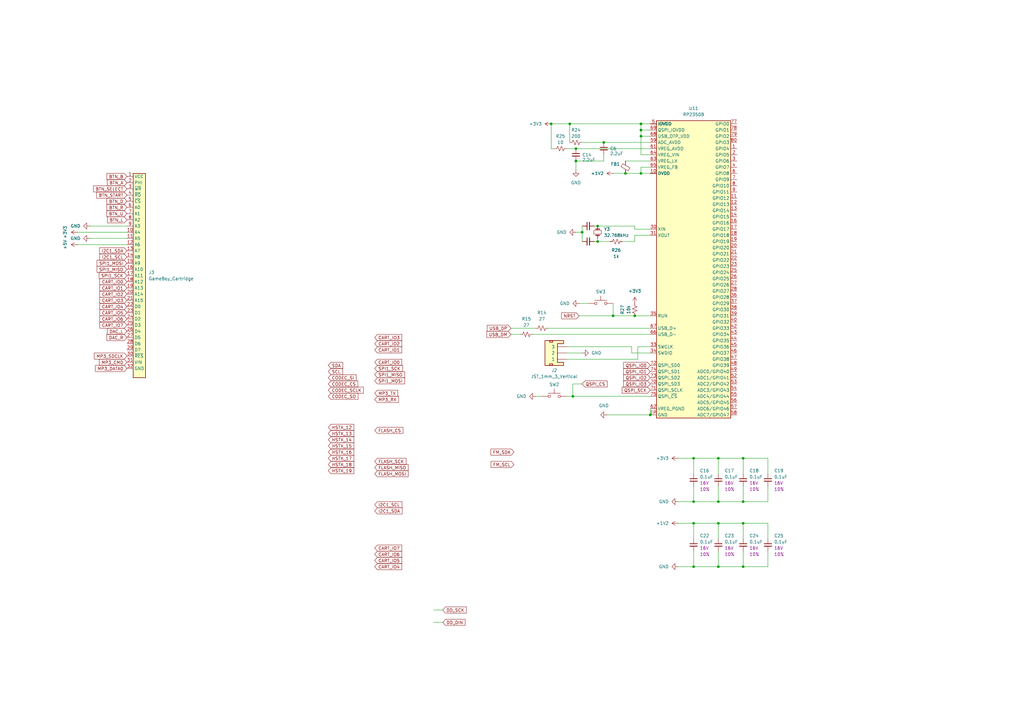
<source format=kicad_sch>
(kicad_sch (version 20250114) (generator "eeschema") (generator_version "9.0")
  (paper "A3")
  (lib_symbols
    (symbol "Device:C_Small" (pin_numbers (hide yes)) (pin_names (offset 0.254) (hide yes))
      (property "Reference" "C" (at 0.254 1.778 0))
      (property "Value" "C_Small" (at 0.254 -2.032 0))
      (symbol "C_Small_0_1"
        (polyline (pts (xy -1.524 0.508) (xy 1.524 0.508)) (stroke (width 0.3048)))
        (polyline (pts (xy -1.524 -0.508) (xy 1.524 -0.508)) (stroke (width 0.3302)))
      )
      (symbol "C_Small_1_1"
        (pin passive line (at 0 2.54 270) (length 2.032) (name "~") (number "1"))
        (pin passive line (at 0 -2.54 90) (length 2.032) (name "~") (number "2"))
      )
    )
    (symbol "Device:FerriteBead_Small" (pin_numbers (hide yes)) (pin_names (offset 0))
      (property "Reference" "FB" (at 1.905 1.27 0))
      (property "Value" "FerriteBead_Small" (at 1.905 -1.27 0))
      (symbol "FerriteBead_Small_0_1"
        (polyline (pts (xy -1.8288 0.2794) (xy -1.1176 1.4986) (xy 1.8288 -0.2032) (xy 1.1176 -1.4224) (xy -1.8288 0.2794)))
        (polyline (pts (xy 0 0.889) (xy 0 1.2954)))
        (polyline (pts (xy 0 -1.27) (xy 0 -0.7874)))
      )
      (symbol "FerriteBead_Small_1_1"
        (pin passive line (at 0 2.54 270) (length 1.27) (name "~") (number "1"))
        (pin passive line (at 0 -2.54 90) (length 1.27) (name "~") (number "2"))
      )
    )
    (symbol "Gekkio_Connector_Specialized:GameBoy_Cartridge"
      (property "Reference" "J" (at 0 43.18 0))
      (property "Value" "GameBoy_Cartridge" (at 0 -43.18 0))
      (symbol "GameBoy_Cartridge_0_1"
        (rectangle (start -2.54 41.91) (end 2.54 -41.91) (stroke (width 0.254)) (fill (type background)))
      )
      (symbol "GameBoy_Cartridge_1_1"
        (pin passive line (at -5.08 40.64 0) (length 2.54) (name "VCC") (number "1"))
        (pin passive line (at -5.08 38.1 0) (length 2.54) (name "PHI") (number "2"))
        (pin passive line (at -5.08 35.56 0) (length 2.54) (name "~{WR}") (number "3"))
        (pin passive line (at -5.08 33.02 0) (length 2.54) (name "~{RD}") (number "4"))
        (pin passive line (at -5.08 30.48 0) (length 2.54) (name "~{CS}") (number "5"))
        (pin passive line (at -5.08 27.94 0) (length 2.54) (name "A0") (number "6"))
        (pin passive line (at -5.08 25.4 0) (length 2.54) (name "A1") (number "7"))
        (pin passive line (at -5.08 22.86 0) (length 2.54) (name "A2") (number "8"))
        (pin passive line (at -5.08 20.32 0) (length 2.54) (name "A3") (number "9"))
        (pin passive line (at -5.08 17.78 0) (length 2.54) (name "A4") (number "10"))
        (pin passive line (at -5.08 15.24 0) (length 2.54) (name "A5") (number "11"))
        (pin passive line (at -5.08 12.7 0) (length 2.54) (name "A6") (number "12"))
        (pin passive line (at -5.08 10.16 0) (length 2.54) (name "A7") (number "13"))
        (pin passive line (at -5.08 7.62 0) (length 2.54) (name "A8") (number "14"))
        (pin passive line (at -5.08 5.08 0) (length 2.54) (name "A9") (number "15"))
        (pin passive line (at -5.08 2.54 0) (length 2.54) (name "A10") (number "16"))
        (pin passive line (at -5.08 0 0) (length 2.54) (name "A11") (number "17"))
        (pin passive line (at -5.08 -2.54 0) (length 2.54) (name "A12") (number "18"))
        (pin passive line (at -5.08 -5.08 0) (length 2.54) (name "A13") (number "19"))
        (pin passive line (at -5.08 -7.62 0) (length 2.54) (name "A14") (number "20"))
        (pin passive line (at -5.08 -10.16 0) (length 2.54) (name "A15") (number "21"))
        (pin passive line (at -5.08 -12.7 0) (length 2.54) (name "D0") (number "22"))
        (pin passive line (at -5.08 -15.24 0) (length 2.54) (name "D1") (number "23"))
        (pin passive line (at -5.08 -17.78 0) (length 2.54) (name "D2") (number "24"))
        (pin passive line (at -5.08 -20.32 0) (length 2.54) (name "D3") (number "25"))
        (pin passive line (at -5.08 -22.86 0) (length 2.54) (name "D4") (number "26"))
        (pin passive line (at -5.08 -25.4 0) (length 2.54) (name "D5") (number "27"))
        (pin passive line (at -5.08 -27.94 0) (length 2.54) (name "D6") (number "28"))
        (pin passive line (at -5.08 -30.48 0) (length 2.54) (name "D7") (number "29"))
        (pin passive line (at -5.08 -33.02 0) (length 2.54) (name "~{RES}") (number "30"))
        (pin passive line (at -5.08 -35.56 0) (length 2.54) (name "VIN") (number "31"))
        (pin passive line (at -5.08 -38.1 0) (length 2.54) (name "GND") (number "32"))
      )
    )
    (symbol "SparkFun-Capacitor:0.1uF_0402_16V_10%" (pin_numbers (hide yes)) (pin_names (offset 0.254))
      (property "Reference" "C" (at 0.635 2.54 0))
      (property "Value" "0.1uF" (at 0.635 -2.54 0))
      (property "Voltage" "16V" (at 0 -6.35 0))
      (property "Tolerance" "10%" (at 0 -8.89 0))
      (symbol "0.1uF_0402_16V_10%_0_1"
        (polyline (pts (xy -1.524 0.508) (xy 1.524 0.508)) (stroke (width 0.3048)))
        (polyline (pts (xy -1.524 -0.508) (xy 1.524 -0.508)) (stroke (width 0.3302)))
      )
      (symbol "0.1uF_0402_16V_10%_1_1"
        (pin passive line (at 0 2.54 270) (length 2.032) (name "~") (number "1"))
        (pin passive line (at 0 -2.54 90) (length 2.032) (name "~") (number "2"))
      )
    )
    (symbol "SparkFun-Capacitor:18pF_0603_50V_5%" (pin_numbers (hide yes)) (pin_names (offset 0.254))
      (property "Reference" "C" (at 0.635 2.54 0))
      (property "Value" "18pF" (at 0.635 -2.54 0))
      (property "Voltage" "50V" (at 0 -6.35 0))
      (property "Tolerance" "5%" (at 0 -8.89 0))
      (symbol "18pF_0603_50V_5%_0_1"
        (polyline (pts (xy -1.524 0.508) (xy 1.524 0.508)) (stroke (width 0.3048)))
        (polyline (pts (xy -1.524 -0.508) (xy 1.524 -0.508)) (stroke (width 0.3302)))
      )
      (symbol "18pF_0603_50V_5%_1_1"
        (pin passive line (at 0 2.54 270) (length 2.032) (name "~") (number "1"))
        (pin passive line (at 0 -2.54 90) (length 2.032) (name "~") (number "2"))
      )
    )
    (symbol "SparkFun-Clock:Crystal_32.768kHz_3.2x1.5mm" (pin_numbers (hide yes)) (pin_names (offset 1.016) (hide yes))
      (property "Reference" "Y" (at 0 2.54 0))
      (property "Value" "32.768kHz" (at 0 -2.54 0))
      (symbol "Crystal_32.768kHz_3.2x1.5mm_0_1"
        (polyline (pts (xy -1.27 -0.762) (xy -1.27 0.762)) (stroke (width 0.381)))
        (rectangle (start -0.762 -1.524) (end 0.762 1.524))
        (polyline (pts (xy 1.27 -0.762) (xy 1.27 0.762)) (stroke (width 0.381)))
      )
      (symbol "Crystal_32.768kHz_3.2x1.5mm_1_1"
        (pin passive line (at -2.54 0 0) (length 1.27) (name "1") (number "1"))
        (pin passive line (at 2.54 0 180) (length 1.27) (name "2") (number "2"))
      )
    )
    (symbol "SparkFun-Connector:Conn_01x03_JST_P1.0mm_Vertical_SMD" (pin_numbers (hide yes)) (pin_names (offset 1.016))
      (property "Reference" "J" (at 0 6.096 0))
      (property "Value" "JST_1mm_3_Vertical" (at 0 -6.35 0))
      (symbol "Conn_01x03_JST_P1.0mm_Vertical_SMD_1_1"
        (polyline (pts (xy -1.27 3.81) (xy -3.81 3.81) (xy -3.81 5.08) (xy 3.81 5.08) (xy 3.81 -5.08) (xy -3.81 -5.08) (xy -3.81 -3.81) (xy -1.27 -3.81) (xy -1.27 3.81)) (stroke (width 0.254)) (fill (type background)))
        (rectangle (start 0.635 5.08) (end 1.905 4.445) (stroke (width 0.254)))
        (rectangle (start 0.635 -4.445) (end 1.905 -5.08) (stroke (width 0.254)))
        (pin passive line (at -5.08 2.54 0) (length 3.81) (name "1") (number "1"))
        (pin passive line (at -5.08 0 0) (length 3.81) (name "2") (number "2"))
        (pin passive line (at -5.08 -2.54 0) (length 3.81) (name "3") (number "3"))
      )
    )
    (symbol "SparkFun-IC-Microcontroller:RP2350B"
      (property "Reference" "U" (at 0 66.04 0))
      (property "Value" "RP2350B" (at 0 63.5 0))
      (symbol "RP2350B_1_0"
        (pin power_in line (at -17.78 59.69 0) (length 2.54) (name "IOVDD") (number "15"))
        (pin power_in line (at -17.78 59.69 0) (length 2.54) (name "IOVDD") (number "24"))
        (pin power_in line (at -17.78 59.69 0) (length 2.54) (name "IOVDD") (number "29"))
        (pin power_in line (at -17.78 59.69 0) (length 2.54) (name "IOVDD") (number "41"))
        (pin power_in line (at -17.78 59.69 0) (length 2.54) (name "IOVDD") (number "5"))
        (pin power_in line (at -17.78 59.69 0) (length 2.54) (name "IOVDD") (number "50"))
        (pin power_in line (at -17.78 59.69 0) (length 2.54) (hide yes) (name "IOVDD") (number "60"))
        (pin power_in line (at -17.78 59.69 0) (length 2.54) (hide yes) (name "IOVDD") (number "76"))
        (pin power_in line (at -17.78 57.15 0) (length 2.54) (name "QSPI_IOVDD") (number "69"))
        (pin power_in line (at -17.78 54.61 0) (length 2.54) (name "USB_OTP_VDD") (number "68"))
        (pin power_in line (at -17.78 52.07 0) (length 2.54) (name "ADC_AVDD") (number "59"))
        (pin power_in line (at -17.78 49.53 0) (length 2.54) (name "VREG_AVDD") (number "61"))
        (pin power_in line (at -17.78 46.99 0) (length 2.54) (name "VREG_VIN") (number "64"))
        (pin power_out line (at -17.78 44.45 0) (length 2.54) (name "VREG_LX") (number "63"))
        (pin input line (at -17.78 41.91 0) (length 2.54) (name "VREG_FB") (number "65"))
        (pin power_in line (at -17.78 39.37 0) (length 2.54) (name "DVDD") (number "10"))
        (pin power_in line (at -17.78 39.37 0) (length 2.54) (name "DVDD") (number "32"))
        (pin power_in line (at -17.78 39.37 0) (length 2.54) (name "DVDD") (number "51"))
        (pin input line (at -17.78 16.51 0) (length 2.54) (name "XIN") (number "30"))
        (pin output line (at -17.78 13.97 0) (length 2.54) (name "XOUT") (number "31"))
        (pin input line (at -17.78 -19.05 0) (length 2.54) (name "RUN") (number "35"))
        (pin bidirectional line (at -17.78 -24.13 0) (length 2.54) (name "USB_D+") (number "67"))
        (pin bidirectional line (at -17.78 -26.67 0) (length 2.54) (name "USB_D-") (number "66"))
        (pin output line (at -17.78 -31.75 0) (length 2.54) (name "SWCLK") (number "33"))
        (pin bidirectional line (at -17.78 -34.29 0) (length 2.54) (name "SWDIO") (number "34"))
        (pin bidirectional line (at -17.78 -39.37 0) (length 2.54) (name "QSPI_SD0") (number "72"))
        (pin bidirectional line (at -17.78 -41.91 0) (length 2.54) (name "QSPI_SD1") (number "74"))
        (pin bidirectional line (at -17.78 -44.45 0) (length 2.54) (name "QSPI_SD2") (number "73"))
        (pin bidirectional line (at -17.78 -46.99 0) (length 2.54) (name "QSPI_SD3") (number "70"))
        (pin output line (at -17.78 -49.53 0) (length 2.54) (name "QSPI_SCLK") (number "71"))
        (pin bidirectional line (at -17.78 -52.07 0) (length 2.54) (name "QSPI_~{CS}") (number "75"))
        (pin power_in line (at -17.78 -57.15 0) (length 2.54) (name "VREG_PGND") (number "62"))
        (pin power_in line (at -17.78 -59.69 0) (length 2.54) (name "GND") (number "EP"))
        (pin bidirectional line (at 17.78 59.69 180) (length 2.54) (name "GPIO0") (number "77"))
        (pin bidirectional line (at 17.78 57.15 180) (length 2.54) (name "GPIO1") (number "78"))
        (pin bidirectional line (at 17.78 54.61 180) (length 2.54) (name "GPIO2") (number "79"))
        (pin bidirectional line (at 17.78 52.07 180) (length 2.54) (name "GPIO3") (number "80"))
        (pin bidirectional line (at 17.78 49.53 180) (length 2.54) (name "GPIO4") (number "1"))
        (pin bidirectional line (at 17.78 46.99 180) (length 2.54) (name "GPIO5") (number "2"))
        (pin bidirectional line (at 17.78 44.45 180) (length 2.54) (name "GPIO6") (number "3"))
        (pin bidirectional line (at 17.78 41.91 180) (length 2.54) (name "GPIO7") (number "4"))
        (pin bidirectional line (at 17.78 39.37 180) (length 2.54) (name "GPIO8") (number "6"))
        (pin bidirectional line (at 17.78 36.83 180) (length 2.54) (name "GPIO9") (number "7"))
        (pin bidirectional line (at 17.78 34.29 180) (length 2.54) (name "GPIO10") (number "8"))
        (pin bidirectional line (at 17.78 31.75 180) (length 2.54) (name "GPIO11") (number "9"))
        (pin bidirectional line (at 17.78 29.21 180) (length 2.54) (name "GPIO12") (number "11"))
        (pin bidirectional line (at 17.78 26.67 180) (length 2.54) (name "GPIO13") (number "12"))
        (pin bidirectional line (at 17.78 24.13 180) (length 2.54) (name "GPIO14") (number "13"))
        (pin bidirectional line (at 17.78 21.59 180) (length 2.54) (name "GPIO15") (number "14"))
        (pin bidirectional line (at 17.78 19.05 180) (length 2.54) (name "GPIO16") (number "16"))
        (pin bidirectional line (at 17.78 16.51 180) (length 2.54) (name "GPIO17") (number "17"))
        (pin bidirectional line (at 17.78 13.97 180) (length 2.54) (name "GPIO18") (number "18"))
        (pin bidirectional line (at 17.78 11.43 180) (length 2.54) (name "GPIO19") (number "19"))
        (pin bidirectional line (at 17.78 8.89 180) (length 2.54) (name "GPIO20") (number "20"))
        (pin bidirectional line (at 17.78 6.35 180) (length 2.54) (name "GPIO21") (number "21"))
        (pin bidirectional line (at 17.78 3.81 180) (length 2.54) (name "GPIO22") (number "22"))
        (pin bidirectional line (at 17.78 1.27 180) (length 2.54) (name "GPIO23") (number "23"))
        (pin bidirectional line (at 17.78 -1.27 180) (length 2.54) (name "GPIO24") (number "25"))
        (pin bidirectional line (at 17.78 -3.81 180) (length 2.54) (name "GPIO25") (number "26"))
        (pin bidirectional line (at 17.78 -6.35 180) (length 2.54) (name "GPIO26") (number "27"))
        (pin bidirectional line (at 17.78 -8.89 180) (length 2.54) (name "GPIO27") (number "28"))
        (pin bidirectional line (at 17.78 -11.43 180) (length 2.54) (name "GPIO28") (number "36"))
        (pin bidirectional line (at 17.78 -13.97 180) (length 2.54) (name "GPIO29") (number "37"))
        (pin bidirectional line (at 17.78 -16.51 180) (length 2.54) (name "GPIO30") (number "38"))
        (pin bidirectional line (at 17.78 -19.05 180) (length 2.54) (name "GPIO31") (number "39"))
        (pin bidirectional line (at 17.78 -21.59 180) (length 2.54) (name "GPIO32") (number "40"))
        (pin bidirectional line (at 17.78 -24.13 180) (length 2.54) (name "GPIO33") (number "42"))
        (pin bidirectional line (at 17.78 -26.67 180) (length 2.54) (name "GPIO34") (number "43"))
        (pin bidirectional line (at 17.78 -29.21 180) (length 2.54) (name "GPIO35") (number "44"))
        (pin bidirectional line (at 17.78 -31.75 180) (length 2.54) (name "GPIO36") (number "45"))
        (pin bidirectional line (at 17.78 -34.29 180) (length 2.54) (name "GPIO37") (number "46"))
        (pin bidirectional line (at 17.78 -36.83 180) (length 2.54) (name "GPIO38") (number "47"))
        (pin bidirectional line (at 17.78 -39.37 180) (length 2.54) (name "GPIO39") (number "48"))
        (pin bidirectional line (at 17.78 -41.91 180) (length 2.54) (name "ADC0/GPIO40") (number "49"))
        (pin bidirectional line (at 17.78 -44.45 180) (length 2.54) (name "ADC1/GPIO41") (number "52"))
        (pin bidirectional line (at 17.78 -46.99 180) (length 2.54) (name "ADC2/GPIO42") (number "53"))
        (pin bidirectional line (at 17.78 -49.53 180) (length 2.54) (name "ADC3/GPIO43") (number "54"))
        (pin bidirectional line (at 17.78 -52.07 180) (length 2.54) (name "ADC4/GPIO44") (number "55"))
        (pin bidirectional line (at 17.78 -54.61 180) (length 2.54) (name "ADC5/GPIO45") (number "56"))
        (pin bidirectional line (at 17.78 -57.15 180) (length 2.54) (name "ADC6/GPIO46") (number "57"))
        (pin bidirectional line (at 17.78 -59.69 180) (length 2.54) (name "ADC7/GPIO47") (number "58"))
      )
      (symbol "RP2350B_1_1"
        (rectangle (start -15.24 60.96) (end 15.24 -60.96) (stroke (width 0.254)) (fill (type background)))
      )
    )
    (symbol "SparkFun-Resistor:1k_0603" (pin_numbers (hide yes)) (pin_names (offset 0))
      (property "Reference" "R" (at 0 -2.54 0))
      (property "Value" "1k" (at 0 2.54 0))
      (symbol "1k_0603_0_1"
        (polyline (pts (xy -1.524 0) (xy -1.143 1.016) (xy -0.762 0) (xy -0.381 -1.016) (xy 0 0)))
        (polyline (pts (xy 0 0) (xy 0.381 1.016) (xy 0.762 0) (xy 1.143 -1.016) (xy 1.524 0)))
      )
      (symbol "1k_0603_1_1"
        (pin passive line (at -2.54 0 0) (length 1.016) (name "~") (number "1"))
        (pin passive line (at 2.54 0 180) (length 1.016) (name "~") (number "2"))
      )
    )
    (symbol "SparkFun-Resistor:27_0603" (pin_numbers (hide yes)) (pin_names (offset 0))
      (property "Reference" "R" (at 0 -2.54 0))
      (property "Value" "27" (at 0 2.54 0))
      (symbol "27_0603_0_1"
        (polyline (pts (xy -1.524 0) (xy -1.143 1.016) (xy -0.762 0) (xy -0.381 -1.016) (xy 0 0)))
        (polyline (pts (xy 0 0) (xy 0.381 1.016) (xy 0.762 0) (xy 1.143 -1.016) (xy 1.524 0)))
      )
      (symbol "27_0603_1_1"
        (pin passive line (at -2.54 0 0) (length 1.016) (name "~") (number "1"))
        (pin passive line (at 2.54 0 180) (length 1.016) (name "~") (number "2"))
      )
    )
    (symbol "SparkFun-Resistor:330_0603" (pin_numbers (hide yes)) (pin_names (offset 0))
      (property "Reference" "R" (at 0 -2.54 0))
      (property "Value" "330" (at 0 2.54 0))
      (symbol "330_0603_0_1"
        (polyline (pts (xy -1.524 0) (xy -1.143 1.016) (xy -0.762 0) (xy -0.381 -1.016) (xy 0 0)))
        (polyline (pts (xy 0 0) (xy 0.381 1.016) (xy 0.762 0) (xy 1.143 -1.016) (xy 1.524 0)))
      )
      (symbol "330_0603_1_1"
        (pin passive line (at -2.54 0 0) (length 1.016) (name "~") (number "1"))
        (pin passive line (at 2.54 0 180) (length 1.016) (name "~") (number "2"))
      )
    )
    (symbol "SparkFun-Switch:SPST_Push_SMD_4.2x3.2mm_h2.5mm" (pin_numbers (hide yes)) (pin_names (offset 0) (hide yes))
      (property "Reference" "SW" (at 0 5.08 0))
      (property "Value" "SMD_4.2x3.2mm_h2.5mm" (at 0 -2.54 0))
      (symbol "SPST_Push_SMD_4.2x3.2mm_h2.5mm_0_1"
        (circle (center -2.032 0) (radius 0.508))
        (polyline (pts (xy 0 1.27) (xy 0 3.048)))
        (circle (center 2.032 0) (radius 0.508))
        (polyline (pts (xy 2.54 1.27) (xy -2.54 1.27)))
        (pin passive line (at -5.08 0 0) (length 2.54) (name "1") (number "1"))
        (pin passive line (at 5.08 0 180) (length 2.54) (name "2") (number "2"))
      )
    )
    (symbol "power:+1V2" (power) (pin_numbers (hide yes)) (pin_names (offset 0) (hide yes))
      (property "Value" "+1V2" (at 0 3.556 0))
      (symbol "+1V2_0_1"
        (polyline (pts (xy -0.762 1.27) (xy 0 2.54)))
        (polyline (pts (xy 0 2.54) (xy 0.762 1.27)))
        (polyline (pts (xy 0 0) (xy 0 2.54)))
      )
      (symbol "+1V2_1_1"
        (pin power_in line (at 0 0 90) (length 0) (name "~") (number "1"))
      )
    )
    (symbol "power:+3V3" (power) (pin_numbers (hide yes)) (pin_names (offset 0) (hide yes))
      (property "Value" "+3V3" (at 0 3.556 0))
      (symbol "+3V3_0_1"
        (polyline (pts (xy -0.762 1.27) (xy 0 2.54)))
        (polyline (pts (xy 0 2.54) (xy 0.762 1.27)))
        (polyline (pts (xy 0 0) (xy 0 2.54)))
      )
      (symbol "+3V3_1_1"
        (pin power_in line (at 0 0 90) (length 0) (name "~") (number "1"))
      )
    )
    (symbol "power:+5V" (power) (pin_numbers (hide yes)) (pin_names (offset 0) (hide yes))
      (property "Value" "+5V" (at 0 3.556 0))
      (symbol "+5V_0_1"
        (polyline (pts (xy -0.762 1.27) (xy 0 2.54)))
        (polyline (pts (xy 0 2.54) (xy 0.762 1.27)))
        (polyline (pts (xy 0 0) (xy 0 2.54)))
      )
      (symbol "+5V_1_1"
        (pin power_in line (at 0 0 90) (length 0) (name "~") (number "1"))
      )
    )
    (symbol "power:GND" (power) (pin_numbers (hide yes)) (pin_names (offset 0) (hide yes))
      (property "Value" "GND" (at 0 -3.81 0))
      (symbol "GND_0_1"
        (polyline (pts (xy 0 0) (xy 0 -1.27) (xy 1.27 -1.27) (xy 0 -2.54) (xy -1.27 -1.27) (xy 0 -1.27)))
      )
      (symbol "GND_1_1"
        (pin power_in line (at 0 0 270) (length 0) (name "~") (number "1"))
      )
    )
  )
  (junction (at 284.48 232.41))
  (junction (at 294.64 205.74))
  (junction (at 245.11 92.71))
  (junction (at 262.89 50.8))
  (junction (at 238.76 95.25))
  (junction (at 251.46 129.54))
  (junction (at 245.11 99.06))
  (junction (at 262.89 71.12))
  (junction (at 247.65 58.42))
  (junction (at 284.48 205.74))
  (junction (at 284.48 214.63))
  (junction (at 266.7 170.18))
  (junction (at 294.64 214.63))
  (junction (at 304.8 205.74))
  (junction (at 256.54 71.12))
  (junction (at 304.8 214.63))
  (junction (at 260.35 129.54))
  (junction (at 284.48 187.96))
  (junction (at 262.89 55.88))
  (junction (at 236.22 60.96))
  (junction (at 294.64 232.41))
  (junction (at 234.95 162.56))
  (junction (at 304.8 187.96))
  (junction (at 233.68 50.8))
  (junction (at 262.89 53.34))
  (junction (at 304.8 232.41))
  (junction (at 294.64 187.96))
  (junction (at 226.06 50.8))
  (junction (at 236.22 66.04))
  (wire (pts (xy 233.68 50.8) (xy 233.68 58.42)))
  (wire (pts (xy 304.8 187.96) (xy 314.96 187.96)))
  (wire (pts (xy 304.8 187.96) (xy 304.8 194.31)))
  (wire (pts (xy 262.89 71.12) (xy 266.7 71.12)))
  (wire (pts (xy 247.65 63.5) (xy 247.65 66.04)))
  (wire (pts (xy 314.96 220.98) (xy 314.96 214.63)))
  (wire (pts (xy 233.68 50.8) (xy 262.89 50.8)))
  (wire (pts (xy 304.8 214.63) (xy 314.96 214.63)))
  (wire (pts (xy 266.7 68.58) (xy 262.89 68.58)))
  (wire (pts (xy 256.54 66.04) (xy 266.7 66.04)))
  (wire (pts (xy 266.7 144.78) (xy 259.08 144.78)))
  (wire (pts (xy 226.06 50.8) (xy 226.06 60.96)))
  (wire (pts (xy 238.76 95.25) (xy 238.76 99.06)))
  (wire (pts (xy 260.35 129.54) (xy 266.7 129.54)))
  (wire (pts (xy 262.89 55.88) (xy 262.89 53.34)))
  (wire (pts (xy 304.8 232.41) (xy 314.96 232.41)))
  (wire (pts (xy 236.22 95.25) (xy 238.76 95.25)))
  (wire (pts (xy 314.96 226.06) (xy 314.96 232.41)))
  (wire (pts (xy 247.65 66.04) (xy 236.22 66.04)))
  (wire (pts (xy 232.41 162.56) (xy 234.95 162.56)))
  (wire (pts (xy 222.25 162.56) (xy 219.71 162.56)))
  (wire (pts (xy 251.46 71.12) (xy 256.54 71.12)))
  (wire (pts (xy 243.84 99.06) (xy 245.11 99.06)))
  (wire (pts (xy 294.64 199.39) (xy 294.64 205.74)))
  (wire (pts (xy 250.19 99.06) (xy 245.11 99.06)))
  (wire (pts (xy 256.54 71.12) (xy 262.89 71.12)))
  (wire (pts (xy 36.83 92.71) (xy 52.07 92.71)))
  (wire (pts (xy 218.44 137.16) (xy 266.7 137.16)))
  (wire (pts (xy 294.64 205.74) (xy 304.8 205.74)))
  (wire (pts (xy 248.92 170.18) (xy 266.7 170.18)))
  (wire (pts (xy 31.75 95.25) (xy 52.07 95.25)))
  (wire (pts (xy 284.48 232.41) (xy 294.64 232.41)))
  (wire (pts (xy 284.48 205.74) (xy 294.64 205.74)))
  (wire (pts (xy 209.55 134.62) (xy 219.71 134.62)))
  (wire (pts (xy 266.7 93.98) (xy 260.35 93.98)))
  (wire (pts (xy 247.65 58.42) (xy 266.7 58.42)))
  (wire (pts (xy 262.89 50.8) (xy 266.7 50.8)))
  (wire (pts (xy 238.76 157.48) (xy 234.95 157.48)))
  (wire (pts (xy 238.76 58.42) (xy 247.65 58.42)))
  (wire (pts (xy 266.7 63.5) (xy 262.89 63.5)))
  (wire (pts (xy 294.64 232.41) (xy 304.8 232.41)))
  (wire (pts (xy 284.48 187.96) (xy 294.64 187.96)))
  (wire (pts (xy 304.8 214.63) (xy 304.8 220.98)))
  (wire (pts (xy 234.95 162.56) (xy 266.7 162.56)))
  (wire (pts (xy 294.64 187.96) (xy 294.64 194.31)))
  (wire (pts (xy 236.22 60.96) (xy 266.7 60.96)))
  (wire (pts (xy 266.7 55.88) (xy 262.89 55.88)))
  (wire (pts (xy 278.13 232.41) (xy 284.48 232.41)))
  (wire (pts (xy 245.11 92.71) (xy 260.35 92.71)))
  (wire (pts (xy 232.41 144.78) (xy 238.76 144.78)))
  (wire (pts (xy 251.46 124.46) (xy 251.46 129.54)))
  (wire (pts (xy 294.64 214.63) (xy 304.8 214.63)))
  (wire (pts (xy 314.96 199.39) (xy 314.96 205.74)))
  (wire (pts (xy 259.08 144.78) (xy 259.08 142.24)))
  (wire (pts (xy 181.61 250.19) (xy 177.8 250.19)))
  (wire (pts (xy 261.62 147.32) (xy 261.62 142.24)))
  (wire (pts (xy 36.83 97.79) (xy 52.07 97.79)))
  (wire (pts (xy 243.84 92.71) (xy 245.11 92.71)))
  (wire (pts (xy 304.8 205.74) (xy 314.96 205.74)))
  (wire (pts (xy 304.8 226.06) (xy 304.8 232.41)))
  (wire (pts (xy 284.48 199.39) (xy 284.48 205.74)))
  (wire (pts (xy 232.41 60.96) (xy 236.22 60.96)))
  (wire (pts (xy 234.95 157.48) (xy 234.95 162.56)))
  (wire (pts (xy 237.49 129.54) (xy 251.46 129.54)))
  (wire (pts (xy 232.41 142.24) (xy 259.08 142.24)))
  (wire (pts (xy 278.13 187.96) (xy 284.48 187.96)))
  (wire (pts (xy 284.48 214.63) (xy 294.64 214.63)))
  (wire (pts (xy 245.11 99.06) (xy 245.11 97.79)))
  (wire (pts (xy 262.89 53.34) (xy 262.89 50.8)))
  (wire (pts (xy 284.48 187.96) (xy 284.48 194.31)))
  (wire (pts (xy 261.62 142.24) (xy 266.7 142.24)))
  (wire (pts (xy 31.75 100.33) (xy 52.07 100.33)))
  (wire (pts (xy 238.76 92.71) (xy 238.76 95.25)))
  (wire (pts (xy 266.7 96.52) (xy 260.35 96.52)))
  (wire (pts (xy 262.89 63.5) (xy 262.89 55.88)))
  (wire (pts (xy 260.35 93.98) (xy 260.35 92.71)))
  (wire (pts (xy 278.13 214.63) (xy 284.48 214.63)))
  (wire (pts (xy 209.55 137.16) (xy 213.36 137.16)))
  (wire (pts (xy 314.96 194.31) (xy 314.96 187.96)))
  (wire (pts (xy 266.7 167.64) (xy 266.7 170.18)))
  (wire (pts (xy 284.48 214.63) (xy 284.48 220.98)))
  (wire (pts (xy 294.64 226.06) (xy 294.64 232.41)))
  (wire (pts (xy 232.41 147.32) (xy 261.62 147.32)))
  (wire (pts (xy 236.22 69.85) (xy 236.22 66.04)))
  (wire (pts (xy 294.64 214.63) (xy 294.64 220.98)))
  (wire (pts (xy 226.06 50.8) (xy 233.68 50.8)))
  (wire (pts (xy 266.7 53.34) (xy 262.89 53.34)))
  (wire (pts (xy 304.8 199.39) (xy 304.8 205.74)))
  (wire (pts (xy 260.35 99.06) (xy 255.27 99.06)))
  (wire (pts (xy 294.64 187.96) (xy 304.8 187.96)))
  (wire (pts (xy 284.48 226.06) (xy 284.48 232.41)))
  (wire (pts (xy 251.46 129.54) (xy 260.35 129.54)))
  (wire (pts (xy 181.61 255.27) (xy 177.8 255.27)))
  (wire (pts (xy 224.79 134.62) (xy 266.7 134.62)))
  (wire (pts (xy 262.89 68.58) (xy 262.89 71.12)))
  (wire (pts (xy 260.35 96.52) (xy 260.35 99.06)))
  (wire (pts (xy 226.06 60.96) (xy 227.33 60.96)))
  (wire (pts (xy 237.49 124.46) (xy 241.3 124.46)))
  (wire (pts (xy 278.13 205.74) (xy 284.48 205.74)))
  (global_label "CART_IO7" (shape input) (at 52.07 133.35 180) (property "Intersheetrefs" "${INTERSHEET_REFS}" (effects (hide yes))))
  (global_label "HSTX_14" (shape input) (at 134.62 180.34 0) (property "Intersheetrefs" "${INTERSHEET_REFS}" (effects (hide yes))))
  (global_label "MP3_CMD" (shape input) (at 52.07 148.59 180) (property "Intersheetrefs" "${INTERSHEET_REFS}" (effects (hide yes))))
  (global_label "QSPI_CS" (shape input) (at 238.76 157.48 0) (property "Intersheetrefs" "${INTERSHEET_REFS}" (effects (hide yes))))
  (global_label "BTN_L" (shape input) (at 52.07 90.17 180) (property "Intersheetrefs" "${INTERSHEET_REFS}" (effects (hide yes))))
  (global_label "SPI1_MOSI" (shape input) (at 52.07 107.95 180) (property "Intersheetrefs" "${INTERSHEET_REFS}" (effects (hide yes))))
  (global_label "QSPI_IO2" (shape input) (at 266.7 154.94 180) (property "Intersheetrefs" "${INTERSHEET_REFS}" (effects (hide yes))))
  (global_label "CODEC_SO" (shape input) (at 134.62 162.56 0) (property "Intersheetrefs" "${INTERSHEET_REFS}" (effects (hide yes))))
  (global_label "CART_IO0" (shape input) (at 52.07 115.57 180) (property "Intersheetrefs" "${INTERSHEET_REFS}" (effects (hide yes))))
  (global_label "CODEC_SI" (shape input) (at 134.62 154.94 0) (property "Intersheetrefs" "${INTERSHEET_REFS}" (effects (hide yes))))
  (global_label "SPI1_SCK" (shape input) (at 153.67 151.13 0) (property "Intersheetrefs" "${INTERSHEET_REFS}" (effects (hide yes))))
  (global_label "CART_IO7" (shape input) (at 153.67 224.79 0) (property "Intersheetrefs" "${INTERSHEET_REFS}" (effects (hide yes))))
  (global_label "I2C1_SDA" (shape input) (at 52.07 102.87 180) (property "Intersheetrefs" "${INTERSHEET_REFS}" (effects (hide yes))))
  (global_label "FLASH_CS" (shape input) (at 153.67 176.53 0) (property "Intersheetrefs" "${INTERSHEET_REFS}" (effects (hide yes))))
  (global_label "USB_DP" (shape input) (at 209.55 134.62 180) (property "Intersheetrefs" "${INTERSHEET_REFS}" (effects (hide yes))))
  (global_label "CART_IO3" (shape input) (at 153.67 138.43 0) (property "Intersheetrefs" "${INTERSHEET_REFS}" (effects (hide yes))))
  (global_label "HSTX_18" (shape input) (at 134.62 190.5 0) (property "Intersheetrefs" "${INTERSHEET_REFS}" (effects (hide yes))))
  (global_label "NRST" (shape input) (at 237.49 129.54 180) (property "Intersheetrefs" "${INTERSHEET_REFS}" (effects (hide yes))))
  (global_label "CART_IO5" (shape input) (at 52.07 128.27 180) (property "Intersheetrefs" "${INTERSHEET_REFS}" (effects (hide yes))))
  (global_label "FM_SCL" (shape input) (at 210.82 190.5 180) (property "Intersheetrefs" "${INTERSHEET_REFS}" (effects (hide yes))))
  (global_label "FM_SDA" (shape input) (at 210.82 185.42 180) (property "Intersheetrefs" "${INTERSHEET_REFS}" (effects (hide yes))))
  (global_label "MP3_DATA0" (shape input) (at 52.07 151.13 180) (property "Intersheetrefs" "${INTERSHEET_REFS}" (effects (hide yes))))
  (global_label "BTN_B" (shape input) (at 52.07 72.39 180) (property "Intersheetrefs" "${INTERSHEET_REFS}" (effects (hide yes))))
  (global_label "HSTX_16" (shape input) (at 134.62 185.42 0) (property "Intersheetrefs" "${INTERSHEET_REFS}" (effects (hide yes))))
  (global_label "BTN_U" (shape input) (at 52.07 87.63 180) (property "Intersheetrefs" "${INTERSHEET_REFS}" (effects (hide yes))))
  (global_label "FLASH_MOSI" (shape input) (at 153.67 194.31 0) (property "Intersheetrefs" "${INTERSHEET_REFS}" (effects (hide yes))))
  (global_label "CART_IO3" (shape input) (at 52.07 123.19 180) (property "Intersheetrefs" "${INTERSHEET_REFS}" (effects (hide yes))))
  (global_label "BTN_D" (shape input) (at 52.07 82.55 180) (property "Intersheetrefs" "${INTERSHEET_REFS}" (effects (hide yes))))
  (global_label "CART_IO2" (shape input) (at 153.67 140.97 0) (property "Intersheetrefs" "${INTERSHEET_REFS}" (effects (hide yes))))
  (global_label "MP3_TX" (shape input) (at 153.67 161.29 0) (property "Intersheetrefs" "${INTERSHEET_REFS}" (effects (hide yes))))
  (global_label "CART_IO5" (shape input) (at 153.67 229.87 0) (property "Intersheetrefs" "${INTERSHEET_REFS}" (effects (hide yes))))
  (global_label "USB_DM" (shape input) (at 209.55 137.16 180) (property "Intersheetrefs" "${INTERSHEET_REFS}" (effects (hide yes))))
  (global_label "FLASH_SCK" (shape input) (at 153.67 189.23 0) (property "Intersheetrefs" "${INTERSHEET_REFS}" (effects (hide yes))))
  (global_label "MP3_SDCLK" (shape input) (at 52.07 146.05 180) (property "Intersheetrefs" "${INTERSHEET_REFS}" (effects (hide yes))))
  (global_label "CART_IO0" (shape input) (at 153.67 148.59 0) (property "Intersheetrefs" "${INTERSHEET_REFS}" (effects (hide yes))))
  (global_label "SDA" (shape input) (at 134.62 149.86 0) (property "Intersheetrefs" "${INTERSHEET_REFS}" (effects (hide yes))))
  (global_label "CART_IO6" (shape input) (at 153.67 227.33 0) (property "Intersheetrefs" "${INTERSHEET_REFS}" (effects (hide yes))))
  (global_label "CODEC_SCLK" (shape input) (at 134.62 160.02 0) (property "Intersheetrefs" "${INTERSHEET_REFS}" (effects (hide yes))))
  (global_label "BTN_A" (shape input) (at 52.07 74.93 180) (property "Intersheetrefs" "${INTERSHEET_REFS}" (effects (hide yes))))
  (global_label "I2C1_SCL" (shape input) (at 52.07 105.41 180) (property "Intersheetrefs" "${INTERSHEET_REFS}" (effects (hide yes))))
  (global_label "SCL" (shape input) (at 134.62 152.4 0) (property "Intersheetrefs" "${INTERSHEET_REFS}" (effects (hide yes))))
  (global_label "DD_DIN" (shape input) (at 181.61 255.27 0) (property "Intersheetrefs" "${INTERSHEET_REFS}" (effects (hide yes))))
  (global_label "CART_IO1" (shape input) (at 52.07 118.11 180) (property "Intersheetrefs" "${INTERSHEET_REFS}" (effects (hide yes))))
  (global_label "CART_IO4" (shape input) (at 153.67 232.41 0) (property "Intersheetrefs" "${INTERSHEET_REFS}" (effects (hide yes))))
  (global_label "HSTX_15" (shape input) (at 134.62 182.88 0) (property "Intersheetrefs" "${INTERSHEET_REFS}" (effects (hide yes))))
  (global_label "HSTX_13" (shape input) (at 134.62 177.8 0) (property "Intersheetrefs" "${INTERSHEET_REFS}" (effects (hide yes))))
  (global_label "CART_IO2" (shape input) (at 52.07 120.65 180) (property "Intersheetrefs" "${INTERSHEET_REFS}" (effects (hide yes))))
  (global_label "BTN_SELECT" (shape input) (at 52.07 77.47 180) (property "Intersheetrefs" "${INTERSHEET_REFS}" (effects (hide yes))))
  (global_label "BTN_START" (shape input) (at 52.07 80.01 180) (property "Intersheetrefs" "${INTERSHEET_REFS}" (effects (hide yes))))
  (global_label "HSTX_19" (shape input) (at 134.62 193.04 0) (property "Intersheetrefs" "${INTERSHEET_REFS}" (effects (hide yes))))
  (global_label "MP3_RX" (shape input) (at 153.67 163.83 0) (property "Intersheetrefs" "${INTERSHEET_REFS}" (effects (hide yes))))
  (global_label "CART_IO1" (shape input) (at 153.67 143.51 0) (property "Intersheetrefs" "${INTERSHEET_REFS}" (effects (hide yes))))
  (global_label "HSTX_17" (shape input) (at 134.62 187.96 0) (property "Intersheetrefs" "${INTERSHEET_REFS}" (effects (hide yes))))
  (global_label "QSPI_IO0" (shape input) (at 266.7 149.86 180) (property "Intersheetrefs" "${INTERSHEET_REFS}" (effects (hide yes))))
  (global_label "DD_SCK" (shape input) (at 181.61 250.19 0) (property "Intersheetrefs" "${INTERSHEET_REFS}" (effects (hide yes))))
  (global_label "QSPI_SCK" (shape input) (at 266.7 160.02 180) (property "Intersheetrefs" "${INTERSHEET_REFS}" (effects (hide yes))))
  (global_label "CART_IO6" (shape input) (at 52.07 130.81 180) (property "Intersheetrefs" "${INTERSHEET_REFS}" (effects (hide yes))))
  (global_label "QSPI_IO3" (shape input) (at 266.7 157.48 180) (property "Intersheetrefs" "${INTERSHEET_REFS}" (effects (hide yes))))
  (global_label "CART_IO4" (shape input) (at 52.07 125.73 180) (property "Intersheetrefs" "${INTERSHEET_REFS}" (effects (hide yes))))
  (global_label "FLASH_MISO" (shape input) (at 153.67 191.77 0) (property "Intersheetrefs" "${INTERSHEET_REFS}" (effects (hide yes))))
  (global_label "BTN_R" (shape input) (at 52.07 85.09 180) (property "Intersheetrefs" "${INTERSHEET_REFS}" (effects (hide yes))))
  (global_label "HSTX_12" (shape input) (at 134.62 175.26 0) (property "Intersheetrefs" "${INTERSHEET_REFS}" (effects (hide yes))))
  (global_label "SPI1_MOSI" (shape input) (at 153.67 156.21 0) (property "Intersheetrefs" "${INTERSHEET_REFS}" (effects (hide yes))))
  (global_label "DAC_R" (shape input) (at 52.07 138.43 180) (property "Intersheetrefs" "${INTERSHEET_REFS}" (effects (hide yes))))
  (global_label "I2C1_SCL" (shape input) (at 153.67 207.01 0) (property "Intersheetrefs" "${INTERSHEET_REFS}" (effects (hide yes))))
  (global_label "DAC_L" (shape input) (at 52.07 135.89 180) (property "Intersheetrefs" "${INTERSHEET_REFS}" (effects (hide yes))))
  (global_label "SPI1_MISO" (shape input) (at 153.67 153.67 0) (property "Intersheetrefs" "${INTERSHEET_REFS}" (effects (hide yes))))
  (global_label "QSPI_IO1" (shape input) (at 266.7 152.4 180) (property "Intersheetrefs" "${INTERSHEET_REFS}" (effects (hide yes))))
  (global_label "SPI1_SCK" (shape input) (at 52.07 113.03 180) (property "Intersheetrefs" "${INTERSHEET_REFS}" (effects (hide yes))))
  (global_label "CODEC_CS" (shape input) (at 134.62 157.48 0) (property "Intersheetrefs" "${INTERSHEET_REFS}" (effects (hide yes))))
  (global_label "SPI1_MISO" (shape input) (at 52.07 110.49 180) (property "Intersheetrefs" "${INTERSHEET_REFS}" (effects (hide yes))))
  (global_label "I2C1_SDA" (shape input) (at 153.67 209.55 0) (property "Intersheetrefs" "${INTERSHEET_REFS}" (effects (hide yes))))
  (symbol (lib_id "SparkFun-Capacitor:0.1uF_0402_16V_10%") (at 294.64 196.85 0) (unit 1)
    (property "Reference" "C17" (at 297.18 193.0462 0) (effects (justify left)))
    (property "Value" "0.1uF" (at 297.18 195.5862 0) (effects (justify left)))
    (property "Footprint" "SparkFun-Capacitor:C_0402_1005Metric" (effects (hide yes)))
    (property "Datasheet" "https://cdn.sparkfun.com/assets/8/a/4/a/5/Kemet_Capacitor_Datasheet.pdf" (effects (hide yes)))
    (property "Description" "Unpolarized capacitor" (effects (hide yes)))
    (property "PROD_ID" "CAP-25565" (effects (hide yes)))
    (property "Voltage" "16V" (at 297.18 198.1262 0) (effects (justify left)))
    (property "Tolerance" "10%" (at 297.18 200.6662 0) (effects (justify left)))
  )
  (symbol (lib_id "power:+3V3") (at 278.13 187.96 90) (unit 1)
    (property "Reference" "#PWR037" (effects (hide yes)))
    (property "Value" "+3V3" (at 274.32 187.9599 90) (effects (justify left)))
    (property "Description" "Power symbol creates a global label with name \"+3V3\"" (effects (hide yes)))
  )
  (symbol (lib_id "power:GND") (at 248.92 170.18 270) (unit 1)
    (property "Reference" "#PWR093" (effects (hide yes)))
    (property "Value" "GND" (at 247.65 166.37 90))
    (property "Description" "Power symbol creates a global label with name \"GND\" , ground" (effects (hide yes)))
  )
  (symbol (lib_id "SparkFun-IC-Microcontroller:RP2350B") (at 284.48 110.49 0) (unit 1)
    (property "Reference" "U11" (at 284.48 44.45 0))
    (property "Value" "RP2350B" (at 284.48 46.99 0))
    (property "Footprint" "Package_DFN_QFN:QFN-80-1EP_10x10mm_P0.4mm_EP3.4x3.4mm" (effects (hide yes)))
    (property "Datasheet" "https://datasheets.raspberrypi.com/rp2350/rp2350-datasheet.pdf" (effects (hide yes)))
    (property "Description" "Raspberry Pi RP2350B 150MHz Dual ARM Cortex-M33 Microcontroller IC QFN-80" (effects (hide yes)))
    (property "PROD_ID" "IC-23690" (effects (hide yes)))
  )
  (symbol (lib_id "SparkFun-Resistor:330_0603") (at 260.35 127 90) (unit 1)
    (property "Reference" "R27" (at 255.27 127 0))
    (property "Value" "10k" (at 257.81 127 0))
    (property "Footprint" "Resistor_SMD:R_0603_1608Metric" (effects (hide yes)))
    (property "Datasheet" "https://www.vishay.com/docs/20035/dcrcwe3.pdf" (effects (hide yes)))
    (property "Description" "Resistor" (effects (hide yes)))
    (property "PROD_ID" "RES-00818" (effects (hide yes)))
  )
  (symbol (lib_id "Device:C_Small") (at 247.65 60.96 0) (unit 1)
    (property "Reference" "C6" (at 250.19 60.9662 0) (effects (justify left)))
    (property "Value" "2.2uF" (at 250.19 62.992 0) (effects (justify left)))
    (property "Footprint" "Capacitor_SMD:C_0402_1005Metric" (effects (hide yes)))
    (property "Description" "Unpolarized capacitor, small symbol" (effects (hide yes)))
  )
  (symbol (lib_id "SparkFun-Capacitor:0.1uF_0402_16V_10%") (at 304.8 223.52 0) (unit 1)
    (property "Reference" "C24" (at 307.34 219.7162 0) (effects (justify left)))
    (property "Value" "0.1uF" (at 307.34 222.2562 0) (effects (justify left)))
    (property "Footprint" "SparkFun-Capacitor:C_0402_1005Metric" (effects (hide yes)))
    (property "Datasheet" "https://cdn.sparkfun.com/assets/8/a/4/a/5/Kemet_Capacitor_Datasheet.pdf" (effects (hide yes)))
    (property "Description" "Unpolarized capacitor" (effects (hide yes)))
    (property "PROD_ID" "CAP-25565" (effects (hide yes)))
    (property "Voltage" "16V" (at 307.34 224.7962 0) (effects (justify left)))
    (property "Tolerance" "10%" (at 307.34 227.3362 0) (effects (justify left)))
  )
  (symbol (lib_id "SparkFun-Resistor:330_0603") (at 236.22 58.42 0) (unit 1)
    (property "Reference" "R24" (at 236.22 53.34 0))
    (property "Value" "200" (at 236.22 55.88 0))
    (property "Footprint" "Resistor_SMD:R_0402_1005Metric" (effects (hide yes)))
    (property "Datasheet" "https://www.vishay.com/docs/20035/dcrcwe3.pdf" (effects (hide yes)))
    (property "Description" "Resistor" (effects (hide yes)))
    (property "PROD_ID" "RES-00818" (effects (hide yes)))
  )
  (symbol (lib_id "SparkFun-Capacitor:0.1uF_0402_16V_10%") (at 304.8 196.85 0) (unit 1)
    (property "Reference" "C18" (at 307.34 193.0462 0) (effects (justify left)))
    (property "Value" "0.1uF" (at 307.34 195.5862 0) (effects (justify left)))
    (property "Footprint" "SparkFun-Capacitor:C_0402_1005Metric" (effects (hide yes)))
    (property "Datasheet" "https://cdn.sparkfun.com/assets/8/a/4/a/5/Kemet_Capacitor_Datasheet.pdf" (effects (hide yes)))
    (property "Description" "Unpolarized capacitor" (effects (hide yes)))
    (property "PROD_ID" "CAP-25565" (effects (hide yes)))
    (property "Voltage" "16V" (at 307.34 198.1262 0) (effects (justify left)))
    (property "Tolerance" "10%" (at 307.34 200.6662 0) (effects (justify left)))
  )
  (symbol (lib_id "power:+3V3") (at 31.75 95.25 90) (unit 1)
    (property "Reference" "#PWR057" (effects (hide yes)))
    (property "Value" "+3V3" (at 26.67 95.25 0))
    (property "Description" "Power symbol creates a global label with name \"+3V3\"" (effects (hide yes)))
  )
  (symbol (lib_id "SparkFun-Capacitor:0.1uF_0402_16V_10%") (at 314.96 223.52 0) (unit 1)
    (property "Reference" "C25" (at 317.5 219.7162 0) (effects (justify left)))
    (property "Value" "0.1uF" (at 317.5 222.2562 0) (effects (justify left)))
    (property "Footprint" "SparkFun-Capacitor:C_0402_1005Metric" (effects (hide yes)))
    (property "Datasheet" "https://cdn.sparkfun.com/assets/8/a/4/a/5/Kemet_Capacitor_Datasheet.pdf" (effects (hide yes)))
    (property "Description" "Unpolarized capacitor" (effects (hide yes)))
    (property "PROD_ID" "CAP-25565" (effects (hide yes)))
    (property "Voltage" "16V" (at 317.5 224.7962 0) (effects (justify left)))
    (property "Tolerance" "10%" (at 317.5 227.3362 0) (effects (justify left)))
  )
  (symbol (lib_id "SparkFun-Resistor:27_0603") (at 215.9 137.16 0) (unit 1)
    (property "Reference" "R15" (at 215.9 130.81 0))
    (property "Value" "27" (at 215.9 133.35 0))
    (property "Footprint" "SparkFun-Resistor:R_0402_1005Metric" (effects (hide yes)))
    (property "Datasheet" "https://www.vishay.com/docs/20035/dcrcwe3.pdf" (effects (hide yes)))
    (property "Description" "Resistor" (effects (hide yes)))
    (property "PROD_ID" "RES-09334" (effects (hide yes)))
  )
  (symbol (lib_id "SparkFun-Resistor:330_0603") (at 229.87 60.96 0) (unit 1)
    (property "Reference" "R25" (at 229.87 55.88 0))
    (property "Value" "10" (at 229.87 58.42 0))
    (property "Footprint" "Resistor_SMD:R_0402_1005Metric" (effects (hide yes)))
    (property "Datasheet" "https://www.vishay.com/docs/20035/dcrcwe3.pdf" (effects (hide yes)))
    (property "Description" "Resistor" (effects (hide yes)))
    (property "PROD_ID" "RES-00818" (effects (hide yes)))
  )
  (symbol (lib_id "power:+1V2") (at 278.13 214.63 90) (unit 1)
    (property "Reference" "#PWR039" (effects (hide yes)))
    (property "Value" "+1V2" (at 274.32 214.6299 90) (effects (justify left)))
    (property "Description" "Power symbol creates a global label with name \"+1V2\"" (effects (hide yes)))
  )
  (symbol (lib_id "SparkFun-Resistor:1k_0603") (at 252.73 99.06 0) (unit 1)
    (property "Reference" "R26" (at 252.73 102.616 0))
    (property "Value" "1k" (at 252.73 105.156 0))
    (property "Footprint" "Resistor_SMD:R_0402_1005Metric" (effects (hide yes)))
    (property "Datasheet" "https://www.vishay.com/docs/20035/dcrcwe3.pdf" (effects (hide yes)))
    (property "Description" "Resistor" (effects (hide yes)))
    (property "PROD_ID" "RES-07856" (effects (hide yes)))
  )
  (symbol (lib_id "Device:C_Small") (at 236.22 63.5 0) (unit 1)
    (property "Reference" "C14" (at 238.76 63.5062 0) (effects (justify left)))
    (property "Value" "2.2uF" (at 238.76 65.532 0) (effects (justify left)))
    (property "Footprint" "Capacitor_SMD:C_0402_1005Metric" (effects (hide yes)))
    (property "Description" "Unpolarized capacitor, small symbol" (effects (hide yes)))
  )
  (symbol (lib_id "power:+3V3") (at 226.06 50.8 90) (unit 1)
    (property "Reference" "#PWR072" (effects (hide yes)))
    (property "Value" "+3V3" (at 222.25 50.7999 90) (effects (justify left)))
    (property "Description" "Power symbol creates a global label with name \"+3V3\"" (effects (hide yes)))
  )
  (symbol (lib_id "SparkFun-Capacitor:0.1uF_0402_16V_10%") (at 284.48 196.85 0) (unit 1)
    (property "Reference" "C16" (at 287.02 193.0462 0) (effects (justify left)))
    (property "Value" "0.1uF" (at 287.02 195.5862 0) (effects (justify left)))
    (property "Footprint" "SparkFun-Capacitor:C_0402_1005Metric" (effects (hide yes)))
    (property "Datasheet" "https://cdn.sparkfun.com/assets/8/a/4/a/5/Kemet_Capacitor_Datasheet.pdf" (effects (hide yes)))
    (property "Description" "Unpolarized capacitor" (effects (hide yes)))
    (property "PROD_ID" "CAP-25565" (effects (hide yes)))
    (property "Voltage" "16V" (at 287.02 198.1262 0) (effects (justify left)))
    (property "Tolerance" "10%" (at 287.02 200.6662 0) (effects (justify left)))
  )
  (symbol (lib_id "SparkFun-Connector:Conn_01x03_JST_P1.0mm_Vertical_SMD") (at 227.33 144.78 180) (unit 1)
    (property "Reference" "J2" (at 227.33 151.892 0))
    (property "Value" "JST_1mm_3_Vertical" (at 227.33 154.432 0))
    (property "Footprint" "SparkFun-Connector:JST_1x03_P1.0mm_Horizontal_SMD" (effects (hide yes)))
    (property "Datasheet" "http://www.4uconnector.com/online/object/4udrawing/07265.pdf" (effects (hide yes)))
    (property "Description" "3 Pin 1mm JST Connector" (effects (hide yes)))
    (property "PROD_ID" "CONN-24642" (effects (hide yes)))
  )
  (symbol (lib_id "SparkFun-Clock:Crystal_32.768kHz_3.2x1.5mm") (at 245.11 95.25 270) (unit 1)
    (property "Reference" "Y3" (at 247.65 93.9799 90) (effects (justify left)))
    (property "Value" "32.768kHz" (at 247.65 96.5199 90) (effects (justify left)))
    (property "Footprint" "SparkFun-Clock:Crystal_SMD_3.2x1.5mm" (effects (hide yes)))
    (property "Datasheet" "https://abracon.com/Resonators/ABS07.pdf" (effects (hide yes)))
    (property "Description" "Crystal" (effects (hide yes)))
    (property "PROD_ID" "XTAL-13062" (effects (hide yes)))
  )
  (symbol (lib_id "power:GND") (at 36.83 92.71 270) (unit 1)
    (property "Reference" "#PWR033" (effects (hide yes)))
    (property "Value" "GND" (at 33.02 92.7099 90) (effects (justify right)))
    (property "Description" "Power symbol creates a global label with name \"GND\" , ground" (effects (hide yes)))
  )
  (symbol (lib_id "SparkFun-Switch:SPST_Push_SMD_4.2x3.2mm_h2.5mm") (at 246.38 124.46 0) (unit 1)
    (property "Reference" "SW3" (at 246.38 119.634 0))
    (property "Value" "SMD_4.2x3.2mm_h2.5mm" (effects (hide yes)))
    (property "Footprint" "SparkFun-Switch:Push_SMD_4.2x3.2mm" (effects (hide yes)))
    (property "Datasheet" "https://www.ckswitches.com/media/3130/ck_rk_datasheet.pdf" (effects (hide yes)))
    (property "Description" "Single Pole Single Throw (SPST) switch" (effects (hide yes)))
    (property "PROD_ID" "SWCH-21771" (effects (hide yes)))
  )
  (symbol (lib_id "power:GND") (at 278.13 232.41 270) (unit 1)
    (property "Reference" "#PWR040" (effects (hide yes)))
    (property "Value" "GND" (at 274.32 232.4099 90) (effects (justify right)))
    (property "Description" "Power symbol creates a global label with name \"GND\" , ground" (effects (hide yes)))
  )
  (symbol (lib_id "power:GND") (at 278.13 205.74 270) (unit 1)
    (property "Reference" "#PWR032" (effects (hide yes)))
    (property "Value" "GND" (at 274.32 205.7399 90) (effects (justify right)))
    (property "Description" "Power symbol creates a global label with name \"GND\" , ground" (effects (hide yes)))
  )
  (symbol (lib_id "SparkFun-Capacitor:18pF_0603_50V_5%") (at 241.3 92.71 90) (unit 1)
    (property "Reference" "C20" (effects (hide yes)))
    (property "Value" "18pF" (effects (hide yes)))
    (property "Footprint" "SparkFun-Capacitor:C_0402_1005Metric" (effects (hide yes)))
    (property "Datasheet" "https://cdn.sparkfun.com/assets/8/a/4/a/5/Kemet_Capacitor_Datasheet.pdf" (effects (hide yes)))
    (property "Description" "Unpolarized capacitor" (effects (hide yes)))
    (property "PROD_ID" "CAP-08267" (effects (hide yes)))
    (property "Voltage" "50V" (effects (hide yes)))
    (property "Tolerance" "5%" (effects (hide yes)))
  )
  (symbol (lib_id "SparkFun-Capacitor:18pF_0603_50V_5%") (at 241.3 99.06 90) (unit 1)
    (property "Reference" "C21" (effects (hide yes)))
    (property "Value" "18pF" (effects (hide yes)))
    (property "Footprint" "SparkFun-Capacitor:C_0402_1005Metric" (effects (hide yes)))
    (property "Datasheet" "https://cdn.sparkfun.com/assets/8/a/4/a/5/Kemet_Capacitor_Datasheet.pdf" (effects (hide yes)))
    (property "Description" "Unpolarized capacitor" (effects (hide yes)))
    (property "PROD_ID" "CAP-08267" (effects (hide yes)))
    (property "Voltage" "50V" (effects (hide yes)))
    (property "Tolerance" "5%" (effects (hide yes)))
  )
  (symbol (lib_id "SparkFun-Resistor:27_0603") (at 222.25 134.62 0) (unit 1)
    (property "Reference" "R14" (at 222.25 128.27 0))
    (property "Value" "27" (at 222.25 130.81 0))
    (property "Footprint" "SparkFun-Resistor:R_0402_1005Metric" (effects (hide yes)))
    (property "Datasheet" "https://www.vishay.com/docs/20035/dcrcwe3.pdf" (effects (hide yes)))
    (property "Description" "Resistor" (effects (hide yes)))
    (property "PROD_ID" "RES-09334" (effects (hide yes)))
  )
  (symbol (lib_id "SparkFun-Capacitor:0.1uF_0402_16V_10%") (at 314.96 196.85 0) (unit 1)
    (property "Reference" "C19" (at 317.5 193.0462 0) (effects (justify left)))
    (property "Value" "0.1uF" (at 317.5 195.5862 0) (effects (justify left)))
    (property "Footprint" "SparkFun-Capacitor:C_0402_1005Metric" (effects (hide yes)))
    (property "Datasheet" "https://cdn.sparkfun.com/assets/8/a/4/a/5/Kemet_Capacitor_Datasheet.pdf" (effects (hide yes)))
    (property "Description" "Unpolarized capacitor" (effects (hide yes)))
    (property "PROD_ID" "CAP-25565" (effects (hide yes)))
    (property "Voltage" "16V" (at 317.5 198.1262 0) (effects (justify left)))
    (property "Tolerance" "10%" (at 317.5 200.6662 0) (effects (justify left)))
  )
  (symbol (lib_id "SparkFun-Capacitor:0.1uF_0402_16V_10%") (at 294.64 223.52 0) (unit 1)
    (property "Reference" "C23" (at 297.18 219.7162 0) (effects (justify left)))
    (property "Value" "0.1uF" (at 297.18 222.2562 0) (effects (justify left)))
    (property "Footprint" "SparkFun-Capacitor:C_0402_1005Metric" (effects (hide yes)))
    (property "Datasheet" "https://cdn.sparkfun.com/assets/8/a/4/a/5/Kemet_Capacitor_Datasheet.pdf" (effects (hide yes)))
    (property "Description" "Unpolarized capacitor" (effects (hide yes)))
    (property "PROD_ID" "CAP-25565" (effects (hide yes)))
    (property "Voltage" "16V" (at 297.18 224.7962 0) (effects (justify left)))
    (property "Tolerance" "10%" (at 297.18 227.3362 0) (effects (justify left)))
  )
  (symbol (lib_id "power:GND") (at 238.76 144.78 90) (unit 1)
    (property "Reference" "#PWR090" (effects (hide yes)))
    (property "Value" "GND" (at 242.57 144.7799 90) (effects (justify right)))
    (property "Description" "Power symbol creates a global label with name \"GND\" , ground" (effects (hide yes)))
  )
  (symbol (lib_id "power:GND") (at 236.22 69.85 0) (unit 1)
    (property "Reference" "#PWR075" (effects (hide yes)))
    (property "Value" "GND" (at 236.22 74.93 0))
    (property "Description" "Power symbol creates a global label with name \"GND\" , ground" (effects (hide yes)))
  )
  (symbol (lib_id "power:+3V3") (at 260.35 124.46 0) (unit 1)
    (property "Reference" "#PWR086" (effects (hide yes)))
    (property "Value" "+3V3" (at 260.35 119.38 0))
    (property "Description" "Power symbol creates a global label with name \"+3V3\"" (effects (hide yes)))
  )
  (symbol (lib_id "power:GND") (at 219.71 162.56 270) (unit 1)
    (property "Reference" "#PWR091" (effects (hide yes)))
    (property "Value" "GND" (at 215.9 162.5599 90) (effects (justify right)))
    (property "Description" "Power symbol creates a global label with name \"GND\" , ground" (effects (hide yes)))
  )
  (symbol (lib_id "SparkFun-Switch:SPST_Push_SMD_4.2x3.2mm_h2.5mm") (at 227.33 162.56 0) (unit 1)
    (property "Reference" "SW2" (at 227.33 157.734 0))
    (property "Value" "SMD_4.2x3.2mm_h2.5mm" (effects (hide yes)))
    (property "Footprint" "SparkFun-Switch:Push_SMD_4.2x3.2mm" (effects (hide yes)))
    (property "Datasheet" "https://www.ckswitches.com/media/3130/ck_rk_datasheet.pdf" (effects (hide yes)))
    (property "Description" "Single Pole Single Throw (SPST) switch" (effects (hide yes)))
    (property "PROD_ID" "SWCH-21771" (effects (hide yes)))
  )
  (symbol (lib_id "power:+5V") (at 31.75 100.33 90) (unit 1)
    (property "Reference" "#PWR052" (effects (hide yes)))
    (property "Value" "+5V" (at 26.67 100.33 0))
    (property "Description" "Power symbol creates a global label with name \"+5V\"" (effects (hide yes)))
  )
  (symbol (lib_id "power:GND") (at 236.22 95.25 270) (unit 1)
    (property "Reference" "#PWR082" (effects (hide yes)))
    (property "Value" "GND" (at 232.41 95.2499 90) (effects (justify right)))
    (property "Description" "Power symbol creates a global label with name \"GND\" , ground" (effects (hide yes)))
  )
  (symbol (lib_id "Gekkio_Connector_Specialized:GameBoy_Cartridge") (at 57.15 113.03 0) (unit 1)
    (property "Reference" "J3" (at 60.96 111.7599 0) (effects (justify left)))
    (property "Value" "GameBoy_Cartridge" (at 60.96 114.2999 0) (effects (justify left)))
    (property "Footprint" "GAMEBOY_PARTS:MGB-CART-CONN" (effects (hide yes)))
    (property "Description" "Game Boy cartridge edge connector" (effects (hide yes)))
  )
  (symbol (lib_id "power:GND") (at 237.49 124.46 270) (unit 1)
    (property "Reference" "#PWR085" (effects (hide yes)))
    (property "Value" "GND" (at 233.68 124.4599 90) (effects (justify right)))
    (property "Description" "Power symbol creates a global label with name \"GND\" , ground" (effects (hide yes)))
  )
  (symbol (lib_id "power:+1V2") (at 251.46 71.12 90) (unit 1)
    (property "Reference" "#PWR076" (effects (hide yes)))
    (property "Value" "+1V2" (at 247.65 71.1199 90) (effects (justify left)))
    (property "Description" "Power symbol creates a global label with name \"+1V2\"" (effects (hide yes)))
  )
  (symbol (lib_id "power:GND") (at 36.83 97.79 270) (unit 1)
    (property "Reference" "#PWR034" (effects (hide yes)))
    (property "Value" "GND" (at 33.02 97.7899 90) (effects (justify right)))
    (property "Description" "Power symbol creates a global label with name \"GND\" , ground" (effects (hide yes)))
  )
  (symbol (lib_id "Device:FerriteBead_Small") (at 256.54 68.58 180) (unit 1)
    (property "Reference" "FB1" (at 254.254 67.31 0) (effects (justify left)))
    (property "Value" "FerriteBead_Small" (effects (hide yes)))
    (property "Footprint" "Inductor_SMD:L_0402_1005Metric" (effects (hide yes)))
    (property "Description" "Ferrite bead, small symbol" (effects (hide yes)))
  )
  (symbol (lib_id "SparkFun-Capacitor:0.1uF_0402_16V_10%") (at 284.48 223.52 0) (unit 1)
    (property "Reference" "C22" (at 287.02 219.7162 0) (effects (justify left)))
    (property "Value" "0.1uF" (at 287.02 222.2562 0) (effects (justify left)))
    (property "Footprint" "SparkFun-Capacitor:C_0402_1005Metric" (effects (hide yes)))
    (property "Datasheet" "https://cdn.sparkfun.com/assets/8/a/4/a/5/Kemet_Capacitor_Datasheet.pdf" (effects (hide yes)))
    (property "Description" "Unpolarized capacitor" (effects (hide yes)))
    (property "PROD_ID" "CAP-25565" (effects (hide yes)))
    (property "Voltage" "16V" (at 287.02 224.7962 0) (effects (justify left)))
    (property "Tolerance" "10%" (at 287.02 227.3362 0) (effects (justify left)))
  )
)
</source>
